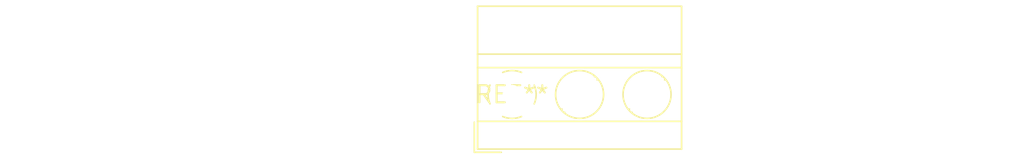
<source format=kicad_pcb>
(kicad_pcb (version 20240108) (generator pcbnew)
  (layers (0 "F.Cu" signal) (31 "B.Cu" signal) (34 "B.Paste" user) (35 "F.Paste" user) (36 "B.SilkS" user "B.Silkscreen") (37 "F.SilkS" user "F.Silkscreen") (38 "B.Mask" user) (39 "F.Mask" user) (44 "Edge.Cuts" user))
  (net 0 "")
  (footprint "TerminalBlock_MetzConnect_Type011_RT05503HBWC_1x03_P5.00mm_Horizontal" (layer "F.Cu") (at 0 0)
    (property "Reference" "REF**")
    (property "Value" "TerminalBlock_MetzConnect_Type011_RT05503HBWC_1x03_P5.00mm_Horizontal")
    (fp_line (start -2.8 2.06) (end -2.8 4.3) (layer "F.SilkS") (stroke (width 0.12)))
    (fp_line (start -2.8 4.3) (end -0.8 4.3) (layer "F.SilkS") (stroke (width 0.12)))
    (fp_line (start -2.56 -6.56) (end -2.56 4.06) (layer "F.SilkS") (stroke (width 0.12)))
    (fp_line (start -2.56 -6.56) (end 12.56 -6.56) (layer "F.SilkS") (stroke (width 0.12)))
    (fp_line (start -2.56 -3) (end 12.56 -3) (layer "F.SilkS") (stroke (width 0.12)))
    (fp_line (start -2.56 -2) (end 12.56 -2) (layer "F.SilkS") (stroke (width 0.12)))
    (fp_line (start -2.56 2) (end 12.56 2) (layer "F.SilkS") (stroke (width 0.12)))
    (fp_line (start -2.56 4.06) (end 12.56 4.06) (layer "F.SilkS") (stroke (width 0.12)))
    (fp_line (start 3.7 1.083) (end 3.65 1.133) (layer "F.SilkS") (stroke (width 0.12)))
    (fp_line (start 3.892 1.325) (end 3.868 1.35) (layer "F.SilkS") (stroke (width 0.12)))
    (fp_line (start 6.133 -1.35) (end 6.108 -1.326) (layer "F.SilkS") (stroke (width 0.12)))
    (fp_line (start 6.35 -1.133) (end 6.301 -1.083) (layer "F.SilkS") (stroke (width 0.12)))
    (fp_line (start 8.7 1.083) (end 8.65 1.133) (layer "F.SilkS") (stroke (width 0.12)))
    (fp_line (start 8.892 1.325) (end 8.868 1.35) (layer "F.SilkS") (stroke (width 0.12)))
    (fp_line (start 11.133 -1.35) (end 11.108 -1.326) (layer "F.SilkS") (stroke (width 0.12)))
    (fp_line (start 11.35 -1.133) (end 11.301 -1.083) (layer "F.SilkS") (stroke (width 0.12)))
    (fp_line (start 12.56 -6.56) (end 12.56 4.06) (layer "F.SilkS") (stroke (width 0.12)))
    (fp_arc (start -1.639206 0.695516) (mid -1.780657 -0.000263) (end -1.639 -0.696) (layer "F.SilkS") (stroke (width 0.12)))
    (fp_arc (start -0.695516 -1.639206) (mid 0.000263 -1.780657) (end 0.696 -1.639) (layer "F.SilkS") (stroke (width 0.12)))
    (fp_arc (start 0.030814 1.78039) (mid -0.340023 1.747891) (end -0.696 1.639) (layer "F.SilkS") (stroke (width 0.12)))
    (fp_arc (start 0.695501 1.638499) (mid 0.354875 1.744266) (end 0 1.78) (layer "F.SilkS") (stroke (width 0.12)))
    (fp_arc (start 1.639206 -0.695516) (mid 1.780657 0.000263) (end 1.639 0.696) (layer "F.SilkS") (stroke (width 0.12)))
    (fp_circle (center 5 0) (end 6.78 0) (layer "F.SilkS") (stroke (width 0.12)) (fill none))
    (fp_circle (center 10 0) (end 11.78 0) (layer "F.SilkS") (stroke (width 0.12)) (fill none))
    (pad "1" thru_hole rect (at 0 0) (size 2.8 2.8) (drill 1.4) (layers *.Cu *.Mask) (remove_unused_layers))
    (pad "2" thru_hole circle (at 5 0) (size 2.8 2.8) (drill 1.4) (layers *.Cu *.Mask) (remove_unused_layers))
    (pad "3" thru_hole circle (at 10 0) (size 2.8 2.8) (drill 1.4) (layers *.Cu *.Mask) (remove_unused_layers))
  )
)
</source>
